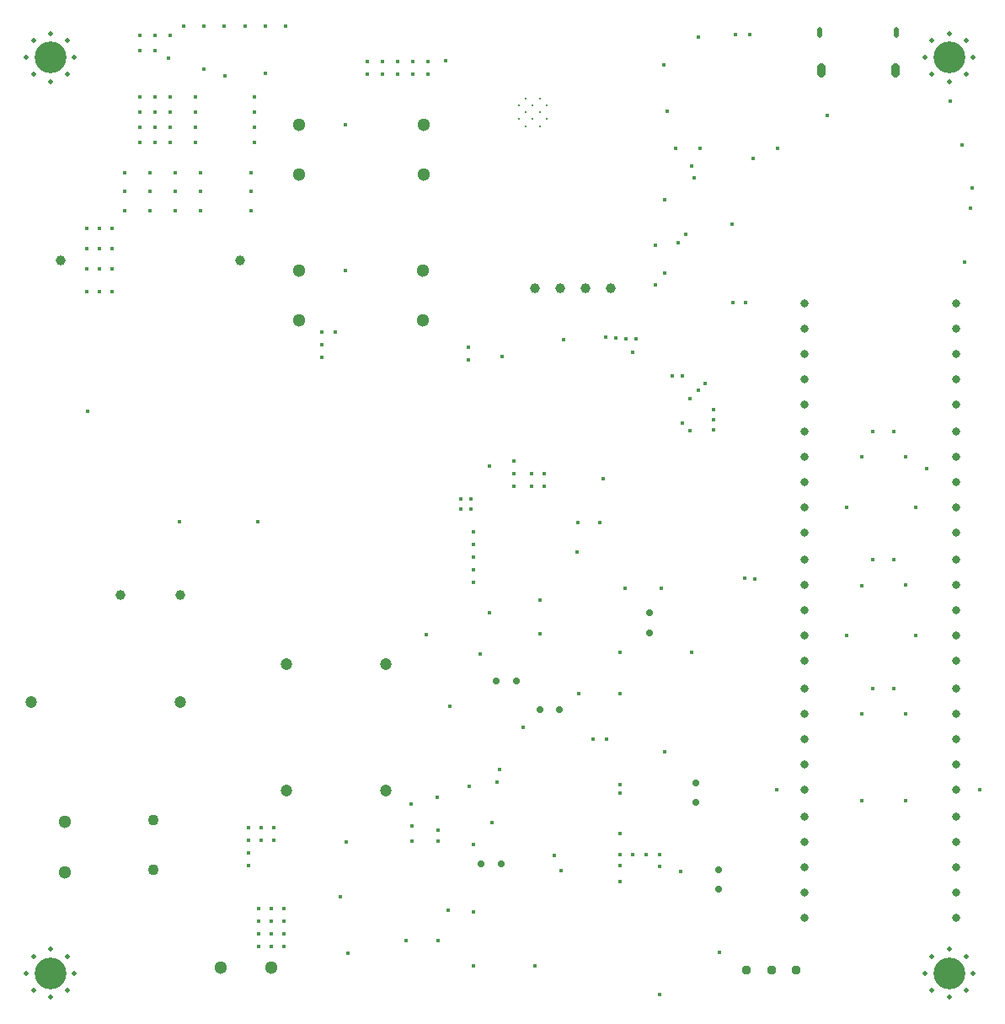
<source format=gbr>
%TF.GenerationSoftware,KiCad,Pcbnew,8.0.5*%
%TF.CreationDate,2024-11-25T17:27:01+07:00*%
%TF.ProjectId,MEASURE_POWER_AC,4d454153-5552-4455-9f50-4f5745525f41,rev?*%
%TF.SameCoordinates,Original*%
%TF.FileFunction,Plated,1,2,PTH,Mixed*%
%TF.FilePolarity,Positive*%
%FSLAX46Y46*%
G04 Gerber Fmt 4.6, Leading zero omitted, Abs format (unit mm)*
G04 Created by KiCad (PCBNEW 8.0.5) date 2024-11-25 17:27:01*
%MOMM*%
%LPD*%
G01*
G04 APERTURE LIST*
%TA.AperFunction,ComponentDrill*%
%ADD10C,0.200000*%
%TD*%
%TA.AperFunction,ViaDrill*%
%ADD11C,0.400000*%
%TD*%
%TA.AperFunction,ComponentDrill*%
%ADD12C,0.500000*%
%TD*%
G04 aperture for slot hole*
%TA.AperFunction,ComponentDrill*%
%ADD13C,0.550000*%
%TD*%
%TA.AperFunction,ComponentDrill*%
%ADD14C,0.700000*%
%TD*%
%TA.AperFunction,ComponentDrill*%
%ADD15C,0.812800*%
%TD*%
G04 aperture for slot hole*
%TA.AperFunction,ComponentDrill*%
%ADD16C,0.850000*%
%TD*%
%TA.AperFunction,ComponentDrill*%
%ADD17C,0.950000*%
%TD*%
%TA.AperFunction,ComponentDrill*%
%ADD18C,1.000000*%
%TD*%
%TA.AperFunction,ComponentDrill*%
%ADD19C,1.100000*%
%TD*%
%TA.AperFunction,ComponentDrill*%
%ADD20C,1.200000*%
%TD*%
%TA.AperFunction,ComponentDrill*%
%ADD21C,1.300000*%
%TD*%
%TA.AperFunction,ComponentDrill*%
%ADD22C,3.200000*%
%TD*%
G04 APERTURE END LIST*
D10*
%TO.C,U2*%
X231376600Y-33865600D03*
X231376600Y-35265600D03*
X232076600Y-33165600D03*
X232076600Y-34565600D03*
X232076600Y-35965600D03*
X232776600Y-33865600D03*
X232776600Y-35265600D03*
X233476600Y-33165600D03*
X233476600Y-34565600D03*
X233476600Y-35965600D03*
X234176600Y-33865600D03*
X234176600Y-35265600D03*
%TD*%
D11*
X187960000Y-46228000D03*
X187960000Y-48260000D03*
X187960000Y-50292000D03*
X187960000Y-52578000D03*
X188010800Y-64617600D03*
X189230000Y-46228000D03*
X189230000Y-48260000D03*
X189230000Y-50292000D03*
X189230000Y-52578000D03*
X190500000Y-46228000D03*
X190500000Y-48260000D03*
X190500000Y-50292000D03*
X190500000Y-52578000D03*
X191770000Y-40640000D03*
X191770000Y-42545000D03*
X191770000Y-44450000D03*
X193294000Y-26847800D03*
X193294000Y-28371800D03*
X193294000Y-33020000D03*
X193294000Y-34544000D03*
X193294000Y-36068000D03*
X193294000Y-37592000D03*
X194310000Y-40640000D03*
X194310000Y-42545000D03*
X194310000Y-44450000D03*
X194818000Y-26847800D03*
X194818000Y-28371800D03*
X194818000Y-33020000D03*
X194818000Y-34544000D03*
X194818000Y-36068000D03*
X194818000Y-37592000D03*
X196166500Y-29156900D03*
X196342000Y-26847800D03*
X196342000Y-33020000D03*
X196342000Y-34544000D03*
X196342000Y-36068000D03*
X196342000Y-37592000D03*
X196850000Y-40640000D03*
X196850000Y-42545000D03*
X196850000Y-44450000D03*
X197307200Y-75717400D03*
X197739000Y-25908000D03*
X198882000Y-33020000D03*
X198882000Y-34544000D03*
X198882000Y-36068000D03*
X198882000Y-37592000D03*
X199390000Y-40640000D03*
X199390000Y-42545000D03*
X199390000Y-44450000D03*
X199771000Y-25908000D03*
X199771000Y-30210200D03*
X201803000Y-25908000D03*
X201813160Y-30921960D03*
X203860400Y-25908000D03*
X204216000Y-106426000D03*
X204216000Y-107696000D03*
X204216000Y-108966000D03*
X204216000Y-110236000D03*
X204470000Y-40640000D03*
X204470000Y-42545000D03*
X204470000Y-44450000D03*
X204851000Y-33020000D03*
X204851000Y-34544000D03*
X204851000Y-36068000D03*
X204851000Y-37592000D03*
X205181200Y-75717400D03*
X205232000Y-114554000D03*
X205232000Y-115824000D03*
X205232000Y-117094000D03*
X205232000Y-118364000D03*
X205486000Y-106426000D03*
X205486000Y-107696000D03*
X205887320Y-30652720D03*
X205892400Y-25908000D03*
X206502000Y-114554000D03*
X206502000Y-115824000D03*
X206502000Y-117094000D03*
X206502000Y-118364000D03*
X206756000Y-106426000D03*
X206756000Y-107696000D03*
X207772000Y-114554000D03*
X207772000Y-115824000D03*
X207772000Y-117094000D03*
X207772000Y-118364000D03*
X207924400Y-25908000D03*
X211582000Y-56642000D03*
X211582000Y-57912000D03*
X211582000Y-59182000D03*
X212979000Y-56642000D03*
X213436200Y-113411000D03*
X213969600Y-50469800D03*
X213995000Y-35788600D03*
X214071200Y-107899200D03*
X214249000Y-119024400D03*
X216154000Y-29464000D03*
X216154000Y-30734000D03*
X217678000Y-29464000D03*
X217678000Y-30734000D03*
X219202000Y-29464000D03*
X219202000Y-30734000D03*
X220040200Y-117779800D03*
X220522800Y-104063800D03*
X220649800Y-106273600D03*
X220649800Y-107797600D03*
X220726000Y-29464000D03*
X220726000Y-30734000D03*
X222097600Y-87071200D03*
X222250000Y-29464000D03*
X222250000Y-30734000D03*
X223215200Y-103352600D03*
X223266000Y-106680000D03*
X223266000Y-117779800D03*
X223291400Y-107772200D03*
X224028000Y-29387800D03*
X224315000Y-114739400D03*
X224434400Y-94234000D03*
X225552000Y-73406000D03*
X225552000Y-74422000D03*
X226314000Y-58166000D03*
X226314000Y-59436000D03*
X226404694Y-102271306D03*
X226568000Y-73406000D03*
X226568000Y-74422000D03*
X226822000Y-76708000D03*
X226822000Y-77978000D03*
X226822000Y-79248000D03*
X226822000Y-80518000D03*
X226822000Y-81788000D03*
X226831700Y-108127800D03*
X226847400Y-114884200D03*
X226860400Y-120289350D03*
X227482400Y-89001600D03*
X228422200Y-70129400D03*
X228422200Y-84810600D03*
X228676200Y-105892600D03*
X229158800Y-101834350D03*
X229489000Y-100609400D03*
X229743000Y-59131200D03*
X230886000Y-69596000D03*
X230886000Y-70866000D03*
X230886000Y-72136000D03*
X231861116Y-96337147D03*
X232664000Y-70866000D03*
X232664000Y-72136000D03*
X232968800Y-120289350D03*
X233476800Y-83566000D03*
X233476800Y-86918800D03*
X233908600Y-70853000D03*
X233934000Y-72136000D03*
X234950000Y-109245400D03*
X235661200Y-110744000D03*
X235915200Y-57404000D03*
X237236000Y-78740000D03*
X237286800Y-75768200D03*
X237439200Y-92938600D03*
X238836200Y-97510600D03*
X239496600Y-75768200D03*
X239852200Y-71362719D03*
X240148795Y-57150000D03*
X240182400Y-97510600D03*
X241151922Y-57241577D03*
X241528600Y-102082600D03*
X241528600Y-102971600D03*
X241528600Y-107061000D03*
X241528600Y-109169200D03*
X241528600Y-110261400D03*
X241528600Y-111861600D03*
X241579400Y-88849200D03*
X241579400Y-92938600D03*
X242087400Y-82397600D03*
X242154019Y-57288650D03*
X242798600Y-109143800D03*
X242832401Y-58698324D03*
X243156154Y-57334928D03*
X244221000Y-109143800D03*
X245108107Y-51865668D03*
X245110000Y-47929800D03*
X245516400Y-109169200D03*
X245567200Y-110286800D03*
X245567200Y-123190000D03*
X245745000Y-82423000D03*
X245973600Y-29819600D03*
X246043725Y-50702831D03*
X246049800Y-98831400D03*
X246075200Y-43355600D03*
X246341000Y-34467800D03*
X246849997Y-61061600D03*
X247117515Y-38185855D03*
X247396000Y-47644000D03*
X247675400Y-110794800D03*
X247853200Y-61061600D03*
X247853200Y-65805000D03*
X248189700Y-46786800D03*
X248583400Y-63296800D03*
X248589800Y-66509900D03*
X248742200Y-39928800D03*
X248767600Y-88849200D03*
X248989800Y-41171600D03*
X249428000Y-27051000D03*
X249428000Y-62528400D03*
X249599400Y-38227000D03*
X250100918Y-61784359D03*
X250920199Y-66462141D03*
X250934928Y-65444211D03*
X250963575Y-64440199D03*
X251510800Y-118922800D03*
X252780800Y-45821600D03*
X252882400Y-53670200D03*
X253184930Y-26720800D03*
X254121251Y-81402244D03*
X254209600Y-53657500D03*
X254558800Y-26720800D03*
X254965200Y-39166800D03*
X255124000Y-81432400D03*
X257276600Y-102616000D03*
X257403600Y-38227000D03*
X262407400Y-34925000D03*
X264363200Y-74269600D03*
X264363200Y-87147400D03*
X265861800Y-69189600D03*
X265861800Y-82092800D03*
X265861800Y-94970600D03*
X265861800Y-103682800D03*
X266979400Y-66675000D03*
X266979400Y-79527400D03*
X266979400Y-92430600D03*
X269087600Y-66649600D03*
X269087600Y-79527400D03*
X269087600Y-92481400D03*
X270256000Y-69189600D03*
X270256000Y-82067400D03*
X270256000Y-94970600D03*
X270256000Y-103759000D03*
X271272000Y-74269600D03*
X271272000Y-87147400D03*
X272389600Y-70383400D03*
X274777200Y-33451800D03*
X275945600Y-37820600D03*
X276225000Y-49657000D03*
X276758400Y-44221400D03*
X276924400Y-42138600D03*
X277672800Y-102583450D03*
D12*
%TO.C,H3*%
X181902400Y-29057600D03*
%TO.C,H2*%
X181902400Y-121056400D03*
%TO.C,H3*%
X182605344Y-27360544D03*
X182605344Y-30754656D03*
%TO.C,H2*%
X182605344Y-119359344D03*
X182605344Y-122753456D03*
%TO.C,H3*%
X184302400Y-26657600D03*
X184302400Y-31457600D03*
%TO.C,H2*%
X184302400Y-118656400D03*
X184302400Y-123456400D03*
%TO.C,H3*%
X185999456Y-27360544D03*
X185999456Y-30754656D03*
%TO.C,H2*%
X185999456Y-119359344D03*
X185999456Y-122753456D03*
%TO.C,H3*%
X186702400Y-29057600D03*
%TO.C,H2*%
X186702400Y-121056400D03*
%TO.C,H4*%
X272224800Y-29057600D03*
%TO.C,H1*%
X272224800Y-121056400D03*
%TO.C,H4*%
X272927744Y-27360544D03*
X272927744Y-30754656D03*
%TO.C,H1*%
X272927744Y-119359344D03*
X272927744Y-122753456D03*
%TO.C,H4*%
X274624800Y-26657600D03*
X274624800Y-31457600D03*
%TO.C,H1*%
X274624800Y-118656400D03*
X274624800Y-123456400D03*
%TO.C,H4*%
X276321856Y-27360544D03*
X276321856Y-30754656D03*
%TO.C,H1*%
X276321856Y-119359344D03*
X276321856Y-122753456D03*
%TO.C,H4*%
X277024800Y-29057600D03*
%TO.C,H1*%
X277024800Y-121056400D03*
D13*
%TO.C,J5*%
X261605800Y-26223800D02*
X261605800Y-26873800D01*
X269355800Y-26223800D02*
X269355800Y-26873800D01*
D14*
%TO.C,TP1*%
X227625400Y-110109000D03*
%TO.C,TP5*%
X229149400Y-91694000D03*
%TO.C,TP1*%
X229625400Y-110109000D03*
%TO.C,TP5*%
X231149400Y-91694000D03*
%TO.C,TP2*%
X233492800Y-94538800D03*
X235492800Y-94538800D03*
%TO.C,TP4*%
X244551200Y-84877400D03*
X244551200Y-86877400D03*
%TO.C,TP6*%
X249199400Y-101920800D03*
X249199400Y-103920800D03*
%TO.C,TP3*%
X251472400Y-110633000D03*
X251472400Y-112633000D03*
D15*
%TO.C,D15*%
X260096400Y-53771000D03*
X260096400Y-56311000D03*
X260096400Y-58851000D03*
X260096400Y-61391000D03*
X260096400Y-63931000D03*
%TO.C,D16*%
X260096400Y-66655150D03*
X260096400Y-69195150D03*
X260096400Y-71735150D03*
X260096400Y-74275150D03*
X260096400Y-76815150D03*
%TO.C,D17*%
X260096400Y-79539300D03*
X260096400Y-82079300D03*
X260096400Y-84619300D03*
X260096400Y-87159300D03*
X260096400Y-89699300D03*
%TO.C,D18*%
X260096400Y-92423450D03*
X260096400Y-94963450D03*
X260096400Y-97503450D03*
X260096400Y-100043450D03*
X260096400Y-102583450D03*
%TO.C,D19*%
X260096400Y-105307600D03*
X260096400Y-107847600D03*
X260096400Y-110387600D03*
X260096400Y-112927600D03*
X260096400Y-115467600D03*
%TO.C,D15*%
X275336400Y-53771000D03*
X275336400Y-56311000D03*
X275336400Y-58851000D03*
X275336400Y-61391000D03*
X275336400Y-63931000D03*
%TO.C,D16*%
X275336400Y-66655150D03*
X275336400Y-69195150D03*
X275336400Y-71735150D03*
X275336400Y-74275150D03*
X275336400Y-76815150D03*
%TO.C,D17*%
X275336400Y-79539300D03*
X275336400Y-82079300D03*
X275336400Y-84619300D03*
X275336400Y-87159300D03*
X275336400Y-89699300D03*
%TO.C,D18*%
X275336400Y-92423450D03*
X275336400Y-94963450D03*
X275336400Y-97503450D03*
X275336400Y-100043450D03*
X275336400Y-102583450D03*
%TO.C,D19*%
X275336400Y-105307600D03*
X275336400Y-107847600D03*
X275336400Y-110387600D03*
X275336400Y-112927600D03*
X275336400Y-115467600D03*
D16*
%TO.C,J5*%
X261755800Y-30073800D02*
X261755800Y-30623800D01*
X269205800Y-30073800D02*
X269205800Y-30623800D01*
D17*
%TO.C,J3*%
X254294000Y-120726200D03*
X256794000Y-120726200D03*
X259294000Y-120726200D03*
D18*
%TO.C,PS1*%
X185354200Y-49432600D03*
X191354200Y-83032600D03*
X197354200Y-83032600D03*
X203354200Y-49432600D03*
%TO.C,J1*%
X233022201Y-52273200D03*
X235562201Y-52273200D03*
X238102201Y-52273200D03*
X240642201Y-52273200D03*
D19*
%TO.C,RV1*%
X194691000Y-105678600D03*
X194691000Y-110678600D03*
D20*
%TO.C,C74*%
X182354400Y-93798700D03*
X197354200Y-93798700D03*
%TO.C,TR1*%
X208033600Y-89992200D03*
X208033600Y-102692200D03*
X218033600Y-89992200D03*
X218033600Y-102692200D03*
D21*
%TO.C,J2*%
X185724600Y-105811400D03*
X185724600Y-110891400D03*
%TO.C,J4*%
X201396600Y-120446800D03*
X206476600Y-120446800D03*
%TO.C,SW5*%
X209270000Y-50459000D03*
X209270000Y-55459000D03*
%TO.C,SW4*%
X209295400Y-35776400D03*
X209295400Y-40776400D03*
%TO.C,SW5*%
X221770000Y-50459000D03*
X221770000Y-55459000D03*
%TO.C,SW4*%
X221795400Y-35776400D03*
X221795400Y-40776400D03*
D22*
%TO.C,H3*%
X184302400Y-29057600D03*
%TO.C,H2*%
X184302400Y-121056400D03*
%TO.C,H4*%
X274624800Y-29057600D03*
%TO.C,H1*%
X274624800Y-121056400D03*
M02*

</source>
